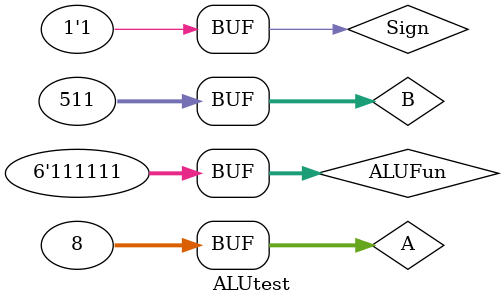
<source format=v>
`timescale 1ns/1ps
module ALUtest;
reg[31:0]A,B;
reg Sign;
reg [5:0]ALUFun;
wire[31:0]S;

ALU ALUs(.A(A),.B(B),.S(S),.Sign(Sign),.ALUFun(ALUFun));

initial
begin
A=32'd8;
B=32'h1ff;
Sign=1;
#104160 ALUFun=6'b000000;
#104160 ALUFun=6'b000001;

#104160 ALUFun=6'b011000;
#104160 ALUFun=6'b011110;
#104160 ALUFun=6'b010110;
#104160 ALUFun=6'b010001;
#104160 ALUFun=6'b011010;

#104160 ALUFun=6'b100000;
#104160 ALUFun=6'b100001;
#104160 ALUFun=6'b100011;

#104160 ALUFun=6'b110011;
#104160 ALUFun=6'b110001;
#104160 ALUFun=6'b110101;
#104160 ALUFun=6'b111101;
#104160 ALUFun=6'b111011;
#104160 ALUFun=6'b111111;
end

endmodule

</source>
